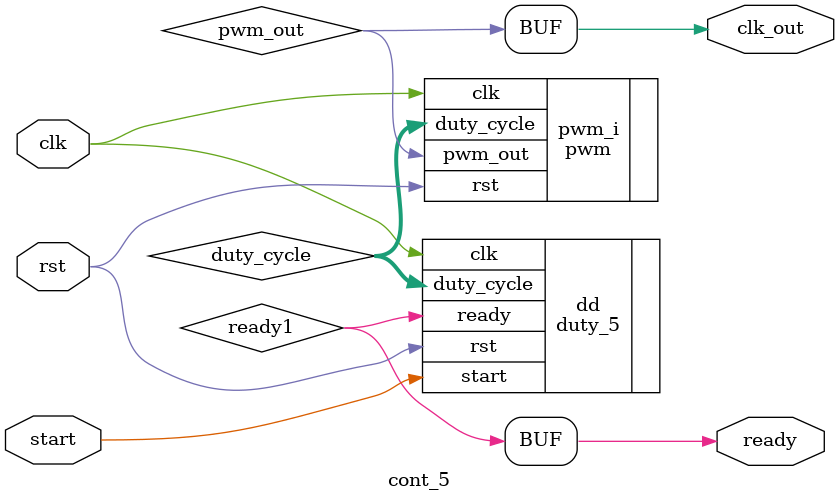
<source format=v>

module cont_5(
output clk_out,
output ready,
input clk,
input rst,
input start);

wire [3:0]duty_cycle;
wire pwm_out;
wire ready1;

duty_5 dd(.clk(clk),
.rst(rst),
.start(start),
.ready(ready1),
.duty_cycle(duty_cycle));

pwm pwm_i(.clk(clk),
.rst(rst),
.duty_cycle(duty_cycle),
.pwm_out(pwm_out));

assign clk_out = pwm_out;
assign ready  =  ready1;


endmodule

</source>
